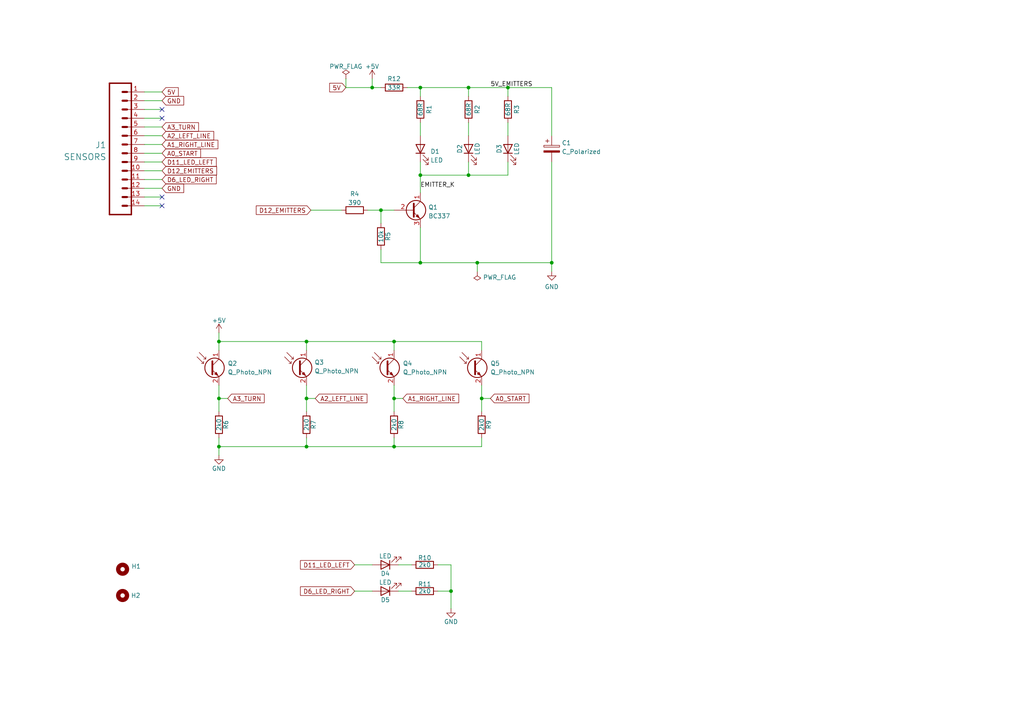
<source format=kicad_sch>
(kicad_sch (version 20211123) (generator eeschema)
  (paper "A4")
  (title_block (title "UKMARSBOT Template") (date "2022-08-19"))
  (lib_symbols
    (symbol "Device:C_Polarized" (pin_numbers hide) (pin_names (offset 0.254))
      (property "Reference" "C" (at 0.635 2.54 0))
      (property "Value" "C_Polarized" (at 0.635 -2.54 0))
      (symbol "C_Polarized_0_1"
        (rectangle (start -2.286 0.508) (end 2.286 1.016))
        (polyline (pts (xy -1.778 2.286) (xy -0.762 2.286)))
        (polyline (pts (xy -1.27 2.794) (xy -1.27 1.778)))
        (rectangle (start 2.286 -0.508) (end -2.286 -1.016) (fill (type outline)))
      )
      (symbol "C_Polarized_1_1"
        (pin passive line (at 0 3.81 270) (length 2.794) (name "~") (number "1"))
        (pin passive line (at 0 -3.81 90) (length 2.794) (name "~") (number "2"))
      )
    )
    (symbol "Device:LED" (pin_numbers hide) (pin_names (offset 1.016) hide)
      (property "Reference" "D" (at 0 2.54 0))
      (property "Value" "LED" (at 0 -2.54 0))
      (symbol "LED_0_1"
        (polyline (pts (xy -1.27 -1.27) (xy -1.27 1.27)) (stroke (width 0.254)))
        (polyline (pts (xy -1.27 0) (xy 1.27 0)))
        (polyline (pts (xy 1.27 -1.27) (xy 1.27 1.27) (xy -1.27 0) (xy 1.27 -1.27)) (stroke (width 0.254)))
        (polyline (pts (xy -3.048 -0.762) (xy -4.572 -2.286) (xy -3.81 -2.286) (xy -4.572 -2.286) (xy -4.572 -1.524)))
        (polyline (pts (xy -1.778 -0.762) (xy -3.302 -2.286) (xy -2.54 -2.286) (xy -3.302 -2.286) (xy -3.302 -1.524)))
      )
      (symbol "LED_1_1"
        (pin passive line (at -3.81 0 0) (length 2.54) (name "K") (number "1"))
        (pin passive line (at 3.81 0 180) (length 2.54) (name "A") (number "2"))
      )
    )
    (symbol "Device:Q_Photo_NPN" (pin_names (offset 0) hide)
      (property "Reference" "Q" (at 5.08 1.27 0))
      (property "Value" "Q_Photo_NPN" (at 5.08 -1.27 0))
      (symbol "Q_Photo_NPN_0_1"
        (polyline (pts (xy -1.905 1.27) (xy -2.54 1.27)))
        (polyline (pts (xy -1.27 2.54) (xy -1.905 2.54)))
        (polyline (pts (xy 0.635 0.635) (xy 2.54 2.54)))
        (polyline (pts (xy -3.81 3.175) (xy -1.905 1.27) (xy -1.905 1.905)))
        (polyline (pts (xy -3.175 4.445) (xy -1.27 2.54) (xy -1.27 3.175)))
        (polyline (pts (xy 0.635 -0.635) (xy 2.54 -2.54) (xy 2.54 -2.54)))
        (polyline (pts (xy 0.635 1.905) (xy 0.635 -1.905) (xy 0.635 -1.905)) (stroke (width 0.508)))
        (polyline (pts (xy 1.27 -1.778) (xy 1.778 -1.27) (xy 2.286 -2.286) (xy 1.27 -1.778) (xy 1.27 -1.778)) (fill (type outline)))
        (circle (center 1.27 0) (radius 2.8194) (stroke (width 0.254)))
      )
      (symbol "Q_Photo_NPN_1_1"
        (pin passive line (at 2.54 5.08 270) (length 2.54) (name "C") (number "1"))
        (pin passive line (at 2.54 -5.08 90) (length 2.54) (name "E") (number "2"))
      )
    )
    (symbol "Device:R" (pin_numbers hide) (pin_names (offset 0))
      (property "Reference" "R" (at 2.032 0 90))
      (property "Value" "R" (at 0 0 90))
      (symbol "R_0_1"
        (rectangle (start -1.016 -2.54) (end 1.016 2.54) (stroke (width 0.254)))
      )
      (symbol "R_1_1"
        (pin passive line (at 0 3.81 270) (length 1.27) (name "~") (number "1"))
        (pin passive line (at 0 -3.81 90) (length 1.27) (name "~") (number "2"))
      )
    )
    (symbol "Mechanical:MountingHole" (pin_names (offset 1.016))
      (property "Reference" "H" (at 0 5.08 0))
      (property "Value" "MountingHole" (at 0 3.175 0))
      (symbol "MountingHole_0_1"
        (circle (center 0 0) (radius 1.27) (stroke (width 1.27)))
      )
    )
    (symbol "Transistor_BJT:BC337" (pin_names (offset 0) hide)
      (property "Reference" "Q" (at 5.08 1.905 0))
      (property "Value" "BC337" (at 5.08 0 0))
      (symbol "BC337_0_1"
        (polyline (pts (xy 0 0) (xy 0.635 0)))
        (polyline (pts (xy 0.635 0.635) (xy 2.54 2.54)))
        (polyline (pts (xy 0.635 -0.635) (xy 2.54 -2.54) (xy 2.54 -2.54)))
        (polyline (pts (xy 0.635 1.905) (xy 0.635 -1.905) (xy 0.635 -1.905)) (stroke (width 0.508)))
        (polyline (pts (xy 1.27 -1.778) (xy 1.778 -1.27) (xy 2.286 -2.286) (xy 1.27 -1.778) (xy 1.27 -1.778)) (fill (type outline)))
        (circle (center 1.27 0) (radius 2.8194) (stroke (width 0.254)))
      )
      (symbol "BC337_1_1"
        (pin passive line (at 2.54 5.08 270) (length 2.54) (name "C") (number "1"))
        (pin input line (at -5.08 0 0) (length 5.08) (name "B") (number "2"))
        (pin passive line (at 2.54 -5.08 90) (length 2.54) (name "E") (number "3"))
      )
    )
    (symbol "power:+5V" (power) (pin_names (offset 0))
      (property "Value" "+5V" (at 0 3.556 0))
      (symbol "+5V_0_1"
        (polyline (pts (xy -0.762 1.27) (xy 0 2.54)))
        (polyline (pts (xy 0 0) (xy 0 2.54)))
        (polyline (pts (xy 0 2.54) (xy 0.762 1.27)))
      )
      (symbol "+5V_1_1"
        (pin power_in line (at 0 0 90) (length 0) hide (name "+5V") (number "1"))
      )
    )
    (symbol "power:GND" (power) (pin_names (offset 0))
      (property "Value" "GND" (at 0 -3.81 0))
      (symbol "GND_0_1"
        (polyline (pts (xy 0 0) (xy 0 -1.27) (xy 1.27 -1.27) (xy 0 -2.54) (xy -1.27 -1.27) (xy 0 -1.27)))
      )
      (symbol "GND_1_1"
        (pin power_in line (at 0 0 270) (length 0) hide (name "GND") (number "1"))
      )
    )
    (symbol "power:PWR_FLAG" (power) (pin_numbers hide) (pin_names (offset 0) hide)
      (property "Value" "PWR_FLAG" (at 0 3.81 0))
      (symbol "PWR_FLAG_0_0"
        (pin power_out line (at 0 0 90) (length 0) (name "pwr") (number "1"))
      )
      (symbol "PWR_FLAG_0_1"
        (polyline (pts (xy 0 0) (xy 0 1.27) (xy -1.016 1.905) (xy 0 2.54) (xy 1.016 1.905) (xy 0 1.27)))
      )
    )
    (symbol "ukmarsbot:CONN_14LOCK_LONGPADS"
      (property "Reference" "J" (at 0 18.288 0))
      (property "Value" "CONN_14LOCK_LONGPADS" (at 0 -22.606 0))
      (symbol "CONN_14LOCK_LONGPADS_1_0"
        (polyline (pts (xy 0 17.78) (xy 0 -20.32)) (stroke (width 0.4064)))
        (polyline (pts (xy 0 17.78) (xy 6.35 17.78)) (stroke (width 0.4064)))
        (polyline (pts (xy 3.81 -17.78) (xy 5.08 -17.78)) (stroke (width 0.6096)))
        (polyline (pts (xy 3.81 -15.24) (xy 5.08 -15.24)) (stroke (width 0.6096)))
        (polyline (pts (xy 3.81 -12.7) (xy 5.08 -12.7)) (stroke (width 0.6096)))
        (polyline (pts (xy 3.81 -10.16) (xy 5.08 -10.16)) (stroke (width 0.6096)))
        (polyline (pts (xy 3.81 -7.62) (xy 5.08 -7.62)) (stroke (width 0.6096)))
        (polyline (pts (xy 3.81 -5.08) (xy 5.08 -5.08)) (stroke (width 0.6096)))
        (polyline (pts (xy 3.81 -2.54) (xy 5.08 -2.54)) (stroke (width 0.6096)))
        (polyline (pts (xy 3.81 0) (xy 5.08 0)) (stroke (width 0.6096)))
        (polyline (pts (xy 3.81 2.54) (xy 5.08 2.54)) (stroke (width 0.6096)))
        (polyline (pts (xy 3.81 5.08) (xy 5.08 5.08)) (stroke (width 0.6096)))
        (polyline (pts (xy 3.81 7.62) (xy 5.08 7.62)) (stroke (width 0.6096)))
        (polyline (pts (xy 3.81 10.16) (xy 5.08 10.16)) (stroke (width 0.6096)))
        (polyline (pts (xy 3.81 12.7) (xy 5.08 12.7)) (stroke (width 0.6096)))
        (polyline (pts (xy 3.81 15.24) (xy 5.08 15.24)) (stroke (width 0.6096)))
        (polyline (pts (xy 6.35 -20.32) (xy 0 -20.32)) (stroke (width 0.4064)))
        (polyline (pts (xy 6.35 -20.32) (xy 6.35 17.78)) (stroke (width 0.4064)))
        (pin passive line (at 10.16 -17.78 180) (length 5.08) (name "1") (number "1"))
        (pin passive line (at 10.16 5.08 180) (length 5.08) (name "10") (number "10"))
        (pin passive line (at 10.16 7.62 180) (length 5.08) (name "11") (number "11"))
        (pin passive line (at 10.16 10.16 180) (length 5.08) (name "12") (number "12"))
        (pin passive line (at 10.16 12.7 180) (length 5.08) (name "13") (number "13"))
        (pin passive line (at 10.16 15.24 180) (length 5.08) (name "14") (number "14"))
        (pin passive line (at 10.16 -15.24 180) (length 5.08) (name "2") (number "2"))
        (pin passive line (at 10.16 -12.7 180) (length 5.08) (name "3") (number "3"))
        (pin passive line (at 10.16 -10.16 180) (length 5.08) (name "4") (number "4"))
        (pin passive line (at 10.16 -7.62 180) (length 5.08) (name "5") (number "5"))
        (pin passive line (at 10.16 -5.08 180) (length 5.08) (name "6") (number "6"))
        (pin passive line (at 10.16 -2.54 180) (length 5.08) (name "7") (number "7"))
        (pin passive line (at 10.16 0 180) (length 5.08) (name "8") (number "8"))
        (pin passive line (at 10.16 2.54 180) (length 5.08) (name "9") (number "9"))
      )
    )
  )
  (junction (at 110.49 60.96))
  (junction (at 139.7 115.57))
  (junction (at 107.95 25.4))
  (junction (at 160.02 76.2))
  (junction (at 63.5 129.54))
  (junction (at 138.43 76.2))
  (junction (at 88.9 115.57))
  (junction (at 121.92 25.4))
  (junction (at 135.89 50.8))
  (junction (at 114.3 129.54))
  (junction (at 114.3 115.57))
  (junction (at 121.92 50.8))
  (junction (at 63.5 115.57))
  (junction (at 88.9 99.06))
  (junction (at 114.3 99.06))
  (junction (at 130.81 171.45))
  (junction (at 147.32 25.4))
  (junction (at 121.92 76.2))
  (junction (at 63.5 99.06))
  (junction (at 135.89 25.4))
  (junction (at 88.9 129.54))
  (no_connect (at 46.99 57.15))
  (no_connect (at 46.99 59.69))
  (no_connect (at 46.99 31.75))
  (no_connect (at 46.99 34.29))
  (wire (pts (xy 41.91 31.75) (xy 46.99 31.75)))
  (wire (pts (xy 41.91 41.91) (xy 46.99 41.91)))
  (wire (pts (xy 147.32 35.56) (xy 147.32 39.37)))
  (wire (pts (xy 63.5 115.57) (xy 63.5 119.38)))
  (wire (pts (xy 114.3 127) (xy 114.3 129.54)))
  (wire (pts (xy 63.5 99.06) (xy 88.9 99.06)))
  (wire (pts (xy 41.91 54.61) (xy 46.99 54.61)))
  (wire (pts (xy 121.92 50.8) (xy 121.92 55.88)))
  (wire (pts (xy 100.33 25.4) (xy 107.95 25.4)))
  (wire (pts (xy 138.43 78.74) (xy 138.43 76.2)))
  (wire (pts (xy 160.02 25.4) (xy 147.32 25.4)))
  (wire (pts (xy 41.91 59.69) (xy 46.99 59.69)))
  (wire (pts (xy 147.32 27.94) (xy 147.32 25.4)))
  (wire (pts (xy 127 163.83) (xy 130.81 163.83)))
  (wire (pts (xy 100.33 22.86) (xy 100.33 25.4)))
  (wire (pts (xy 63.5 129.54) (xy 63.5 132.08)))
  (wire (pts (xy 130.81 163.83) (xy 130.81 171.45)))
  (wire (pts (xy 135.89 25.4) (xy 147.32 25.4)))
  (wire (pts (xy 41.91 26.67) (xy 46.99 26.67)))
  (wire (pts (xy 102.87 163.83) (xy 107.95 163.83)))
  (wire (pts (xy 139.7 129.54) (xy 139.7 127)))
  (wire (pts (xy 160.02 76.2) (xy 160.02 78.74)))
  (wire (pts (xy 138.43 76.2) (xy 160.02 76.2)))
  (wire (pts (xy 121.92 46.99) (xy 121.92 50.8)))
  (wire (pts (xy 139.7 115.57) (xy 142.24 115.57)))
  (wire (pts (xy 160.02 39.37) (xy 160.02 25.4)))
  (wire (pts (xy 63.5 111.76) (xy 63.5 115.57)))
  (wire (pts (xy 160.02 46.99) (xy 160.02 76.2)))
  (wire (pts (xy 110.49 76.2) (xy 121.92 76.2)))
  (wire (pts (xy 139.7 115.57) (xy 139.7 119.38)))
  (wire (pts (xy 139.7 111.76) (xy 139.7 115.57)))
  (wire (pts (xy 88.9 129.54) (xy 114.3 129.54)))
  (wire (pts (xy 121.92 66.04) (xy 121.92 76.2)))
  (wire (pts (xy 114.3 115.57) (xy 114.3 119.38)))
  (wire (pts (xy 114.3 99.06) (xy 139.7 99.06)))
  (wire (pts (xy 135.89 46.99) (xy 135.89 50.8)))
  (wire (pts (xy 135.89 50.8) (xy 121.92 50.8)))
  (wire (pts (xy 110.49 60.96) (xy 110.49 64.77)))
  (wire (pts (xy 139.7 101.6) (xy 139.7 99.06)))
  (wire (pts (xy 118.11 25.4) (xy 121.92 25.4)))
  (wire (pts (xy 41.91 46.99) (xy 46.99 46.99)))
  (wire (pts (xy 127 171.45) (xy 130.81 171.45)))
  (wire (pts (xy 88.9 99.06) (xy 114.3 99.06)))
  (wire (pts (xy 130.81 171.45) (xy 130.81 176.53)))
  (wire (pts (xy 110.49 60.96) (xy 114.3 60.96)))
  (wire (pts (xy 41.91 44.45) (xy 46.99 44.45)))
  (wire (pts (xy 88.9 111.76) (xy 88.9 115.57)))
  (wire (pts (xy 121.92 25.4) (xy 121.92 27.94)))
  (wire (pts (xy 88.9 115.57) (xy 88.9 119.38)))
  (wire (pts (xy 90.17 60.96) (xy 99.06 60.96)))
  (wire (pts (xy 63.5 127) (xy 63.5 129.54)))
  (wire (pts (xy 147.32 50.8) (xy 135.89 50.8)))
  (wire (pts (xy 88.9 127) (xy 88.9 129.54)))
  (wire (pts (xy 41.91 29.21) (xy 46.99 29.21)))
  (wire (pts (xy 63.5 99.06) (xy 63.5 101.6)))
  (wire (pts (xy 114.3 111.76) (xy 114.3 115.57)))
  (wire (pts (xy 63.5 115.57) (xy 66.04 115.57)))
  (wire (pts (xy 102.87 171.45) (xy 107.95 171.45)))
  (wire (pts (xy 135.89 35.56) (xy 135.89 39.37)))
  (wire (pts (xy 121.92 35.56) (xy 121.92 39.37)))
  (wire (pts (xy 41.91 52.07) (xy 46.99 52.07)))
  (wire (pts (xy 114.3 99.06) (xy 114.3 101.6)))
  (wire (pts (xy 121.92 76.2) (xy 138.43 76.2)))
  (wire (pts (xy 147.32 46.99) (xy 147.32 50.8)))
  (wire (pts (xy 63.5 96.52) (xy 63.5 99.06)))
  (wire (pts (xy 121.92 25.4) (xy 135.89 25.4)))
  (wire (pts (xy 41.91 34.29) (xy 46.99 34.29)))
  (wire (pts (xy 88.9 115.57) (xy 91.44 115.57)))
  (wire (pts (xy 41.91 36.83) (xy 46.99 36.83)))
  (wire (pts (xy 41.91 49.53) (xy 46.99 49.53)))
  (wire (pts (xy 106.68 60.96) (xy 110.49 60.96)))
  (wire (pts (xy 110.49 72.39) (xy 110.49 76.2)))
  (wire (pts (xy 107.95 25.4) (xy 110.49 25.4)))
  (wire (pts (xy 114.3 129.54) (xy 139.7 129.54)))
  (wire (pts (xy 88.9 99.06) (xy 88.9 101.6)))
  (wire (pts (xy 114.3 115.57) (xy 116.84 115.57)))
  (wire (pts (xy 135.89 25.4) (xy 135.89 27.94)))
  (wire (pts (xy 115.57 163.83) (xy 119.38 163.83)))
  (wire (pts (xy 41.91 39.37) (xy 46.99 39.37)))
  (wire (pts (xy 63.5 129.54) (xy 88.9 129.54)))
  (wire (pts (xy 115.57 171.45) (xy 119.38 171.45)))
  (wire (pts (xy 41.91 57.15) (xy 46.99 57.15)))
  (wire (pts (xy 107.95 22.86) (xy 107.95 25.4)))
  (label "5V_EMITTERS" (at 142.24 25.4 0))
  (label "EMITTER_K" (at 121.92 54.61 0))
  (global_label "D6_LED_RIGHT" (shape input) (at 102.87 171.45 180) (property "Intersheet References" "${INTERSHEET_REFS}" (effects hide)))
  (global_label "A0_START" (shape input) (at 142.24 115.57 0) (property "Intersheet References" "${INTERSHEET_REFS}" (effects hide)))
  (global_label "A1_RIGHT_LINE" (shape input) (at 116.84 115.57 0) (property "Intersheet References" "${INTERSHEET_REFS}" (effects hide)))
  (global_label "5V" (shape input) (at 100.33 25.4 180) (property "Intersheet References" "${INTERSHEET_REFS}" (effects hide)))
  (global_label "D11_LED_LEFT" (shape input) (at 102.87 163.83 180) (property "Intersheet References" "${INTERSHEET_REFS}" (effects hide)))
  (global_label "5V" (shape input) (at 46.99 26.67 0) (property "Intersheet References" "${INTERSHEET_REFS}" (effects hide)))
  (global_label "GND" (shape input) (at 46.99 54.61 0) (property "Intersheet References" "${INTERSHEET_REFS}" (effects hide)))
  (global_label "D11_LED_LEFT" (shape input) (at 46.99 46.99 0) (property "Intersheet References" "${INTERSHEET_REFS}" (effects hide)))
  (global_label "A0_START" (shape input) (at 46.99 44.45 0) (property "Intersheet References" "${INTERSHEET_REFS}" (effects hide)))
  (global_label "GND" (shape input) (at 46.99 29.21 0) (property "Intersheet References" "${INTERSHEET_REFS}" (effects hide)))
  (global_label "A2_LEFT_LINE" (shape input) (at 91.44 115.57 0) (property "Intersheet References" "${INTERSHEET_REFS}" (effects hide)))
  (global_label "D12_EMITTERS" (shape input) (at 90.17 60.96 180) (property "Intersheet References" "${INTERSHEET_REFS}" (effects hide)))
  (global_label "D12_EMITTERS" (shape input) (at 46.99 49.53 0) (property "Intersheet References" "${INTERSHEET_REFS}" (effects hide)))
  (global_label "D6_LED_RIGHT" (shape input) (at 46.99 52.07 0) (property "Intersheet References" "${INTERSHEET_REFS}" (effects hide)))
  (global_label "A1_RIGHT_LINE" (shape input) (at 46.99 41.91 0) (property "Intersheet References" "${INTERSHEET_REFS}" (effects hide)))
  (global_label "A3_TURN" (shape input) (at 66.04 115.57 0) (property "Intersheet References" "${INTERSHEET_REFS}" (effects hide)))
  (global_label "A3_TURN" (shape input) (at 46.99 36.83 0) (property "Intersheet References" "${INTERSHEET_REFS}" (effects hide)))
  (global_label "A2_LEFT_LINE" (shape input) (at 46.99 39.37 0) (property "Intersheet References" "${INTERSHEET_REFS}" (effects hide)))
  (symbol (lib_id "Device:R") (at 114.3 123.19 0) (unit 1)
    (property "Reference" "R8" (at 116.332 123.19 90))
    (property "Value" "2k0" (at 114.3 123.19 90))
    (property "Footprint" "Resistor_THT:R_Axial_DIN0207_L6.3mm_D2.5mm_P7.62mm_Horizontal" (effects hide))
  )
  (symbol (lib_id "Device:Q_Photo_NPN") (at 111.76 106.68 0) (unit 1)
    (property "Reference" "Q4" (at 116.84 105.41 0) (effects (justify left)))
    (property "Value" "Q_Photo_NPN" (at 116.84 107.95 0) (effects (justify left)))
    (property "Footprint" "LED_THT:LED_D3.0mm_IRGrey" (effects hide))
  )
  (symbol (lib_id "Device:LED") (at 111.76 163.83 180) (unit 1)
    (property "Reference" "D4" (at 111.76 166.37 0))
    (property "Value" "LED" (at 111.76 161.29 0))
    (property "Footprint" "LED_THT:LED_D3.0mm" (effects hide))
  )
  (symbol (lib_id "Device:R") (at 121.92 31.75 180) (unit 1)
    (property "Reference" "R1" (at 124.46 31.75 90))
    (property "Value" "68R" (at 121.92 31.75 90))
    (property "Footprint" "Resistor_THT:R_Axial_DIN0207_L6.3mm_D2.5mm_P7.62mm_Horizontal" (effects hide))
  )
  (symbol (lib_id "power:GND") (at 130.81 176.53 0) (unit 1)
    (property "Reference" "#PWR05" (effects hide))
    (property "Value" "GND" (at 130.81 180.34 0))
  )
  (symbol (lib_id "Device:C_Polarized") (at 160.02 43.18 0) (unit 1)
    (property "Reference" "C1" (at 162.941 41.4563 0) (effects (justify left)))
    (property "Value" "C_Polarized" (at 162.941 43.9932 0) (effects (justify left)))
    (property "Footprint" "Capacitor_THT:CP_Radial_D10.0mm_P2.50mm_P5.00mm" (effects hide))
  )
  (symbol (lib_id "Device:R") (at 147.32 31.75 180) (unit 1)
    (property "Reference" "R3" (at 149.86 31.75 90))
    (property "Value" "68R" (at 147.32 31.75 90))
    (property "Footprint" "Resistor_THT:R_Axial_DIN0207_L6.3mm_D2.5mm_P7.62mm_Horizontal" (effects hide))
  )
  (symbol (lib_id "Device:R") (at 123.19 163.83 90) (unit 1)
    (property "Reference" "R10" (at 123.19 161.798 90))
    (property "Value" "2k0" (at 123.19 163.83 90))
    (property "Footprint" "Resistor_THT:R_Axial_DIN0207_L6.3mm_D2.5mm_P7.62mm_Horizontal" (effects hide))
  )
  (symbol (lib_id "Transistor_BJT:BC337") (at 119.38 60.96 0) (unit 1)
    (property "Reference" "Q1" (at 124.2314 60.1253 0) (effects (justify left)))
    (property "Value" "BC337" (at 124.2314 62.6622 0) (effects (justify left)))
    (property "Footprint" "Package_TO_SOT_THT:TO-92_Inline" (effects hide))
    (property "Datasheet" "https://diotec.com/tl_files/diotec/files/pdf/datasheets/bc337.pdf" (effects hide))
  )
  (symbol (lib_id "Device:LED") (at 135.89 43.18 90) (unit 1)
    (property "Reference" "D2" (at 133.35 43.18 0))
    (property "Value" "LED" (at 138.43 43.18 0))
    (property "Footprint" "LED_THT:LED_D3.0mm" (effects hide))
  )
  (symbol (lib_id "power:PWR_FLAG") (at 138.43 78.74 180) (unit 1)
    (property "Reference" "#FLG02" (effects hide))
    (property "Value" "PWR_FLAG" (at 140.081 80.4438 0) (effects (justify right)))
  )
  (symbol (lib_id "Device:R") (at 63.5 123.19 0) (unit 1)
    (property "Reference" "R6" (at 65.532 123.19 90))
    (property "Value" "2k0" (at 63.5 123.19 90))
    (property "Footprint" "Resistor_THT:R_Axial_DIN0207_L6.3mm_D2.5mm_P7.62mm_Horizontal" (effects hide))
  )
  (symbol (lib_id "Device:LED") (at 121.92 43.18 90) (unit 1)
    (property "Reference" "D1" (at 124.841 43.9328 90) (effects (justify right)))
    (property "Value" "LED" (at 124.841 46.4697 90) (effects (justify right)))
    (property "Footprint" "LED_THT:LED_D3.0mm" (effects hide))
  )
  (symbol (lib_id "Device:R") (at 114.3 25.4 270) (unit 1)
    (property "Reference" "R12" (at 114.3 22.86 90))
    (property "Value" "33R" (at 114.3 25.4 90))
    (property "Footprint" "Resistor_THT:R_Axial_DIN0207_L6.3mm_D2.5mm_P7.62mm_Horizontal" (effects hide))
  )
  (symbol (lib_id "power:PWR_FLAG") (at 100.33 22.86 0) (unit 1)
    (property "Reference" "#FLG01" (effects hide))
    (property "Value" "PWR_FLAG" (at 100.33 19.2842 0))
  )
  (symbol (lib_id "power:+5V") (at 107.95 22.86 0) (unit 1)
    (property "Reference" "#PWR01" (effects hide))
    (property "Value" "+5V" (at 107.95 19.2842 0))
  )
  (symbol (lib_id "ukmarsbot:CONN_14LOCK_LONGPADS") (at 31.75 44.45 0) (mirror x) (unit 1)
    (property "Reference" "J1" (at 30.9119 42.0623 0) (effects (font (size 1.778 1.778)) (justify right)))
    (property "Value" "SENSORS" (at 30.9119 45.5123 0) (effects (font (size 1.778 1.778)) (justify right)))
    (property "Footprint" "ukmarsbot:PinHeader_1x14_P2.54mm_Vertical" (effects hide))
  )
  (symbol (lib_id "power:+5V") (at 63.5 96.52 0) (unit 1)
    (property "Reference" "#PWR03" (effects hide))
    (property "Value" "+5V" (at 63.5 92.964 0))
  )
  (symbol (lib_id "Device:Q_Photo_NPN") (at 86.36 106.68 0) (unit 1)
    (property "Reference" "Q3" (at 91.2114 105.096 0) (effects (justify left)))
    (property "Value" "Q_Photo_NPN" (at 91.2114 107.6329 0) (effects (justify left)))
    (property "Footprint" "LED_THT:LED_D3.0mm_IRGrey" (effects hide))
  )
  (symbol (lib_id "Mechanical:MountingHole") (at 35.56 172.72 0) (unit 1)
    (property "Reference" "H2" (at 39.37 172.72 0))
    (property "Value" "MountingHole" (effects hide))
    (property "Footprint" "MountingHole:MountingHole_3.2mm_M3" (effects hide))
  )
  (symbol (lib_id "Device:R") (at 135.89 31.75 0) (unit 1)
    (property "Reference" "R2" (at 138.43 31.75 90))
    (property "Value" "68R" (at 135.89 31.75 90))
    (property "Footprint" "Resistor_THT:R_Axial_DIN0207_L6.3mm_D2.5mm_P7.62mm_Horizontal" (effects hide))
  )
  (symbol (lib_id "Device:R") (at 123.19 171.45 90) (unit 1)
    (property "Reference" "R11" (at 123.19 169.418 90))
    (property "Value" "2k0" (at 123.19 171.45 90))
    (property "Footprint" "Resistor_THT:R_Axial_DIN0207_L6.3mm_D2.5mm_P7.62mm_Horizontal" (effects hide))
  )
  (symbol (lib_id "Device:R") (at 88.9 123.19 0) (unit 1)
    (property "Reference" "R7" (at 90.932 123.19 90))
    (property "Value" "2k0" (at 88.9 123.19 90))
    (property "Footprint" "Resistor_THT:R_Axial_DIN0207_L6.3mm_D2.5mm_P7.62mm_Horizontal" (effects hide))
  )
  (symbol (lib_id "Mechanical:MountingHole") (at 35.56 165.1 0) (unit 1)
    (property "Reference" "H1" (at 38.1 164.2653 0) (effects (justify left)))
    (property "Value" "MountingHole" (effects hide))
    (property "Footprint" "MountingHole:MountingHole_3.2mm_M3" (effects hide))
  )
  (symbol (lib_id "Device:R") (at 102.87 60.96 90) (unit 1)
    (property "Reference" "R4" (at 102.87 56.2442 90))
    (property "Value" "390" (at 102.87 58.7811 90))
    (property "Footprint" "Resistor_THT:R_Axial_DIN0207_L6.3mm_D2.5mm_P7.62mm_Horizontal" (effects hide))
  )
  (symbol (lib_id "Device:R") (at 110.49 68.58 0) (unit 1)
    (property "Reference" "R5" (at 112.522 68.58 90))
    (property "Value" "10k" (at 110.49 68.58 90))
    (property "Footprint" "Resistor_THT:R_Axial_DIN0207_L6.3mm_D2.5mm_P7.62mm_Horizontal" (effects hide))
  )
  (symbol (lib_id "power:GND") (at 63.5 132.08 0) (unit 1)
    (property "Reference" "#PWR04" (effects hide))
    (property "Value" "GND" (at 63.5 135.89 0))
  )
  (symbol (lib_id "Device:R") (at 139.7 123.19 0) (unit 1)
    (property "Reference" "R9" (at 141.732 123.19 90))
    (property "Value" "2k0" (at 139.7 123.19 90))
    (property "Footprint" "Resistor_THT:R_Axial_DIN0207_L6.3mm_D2.5mm_P7.62mm_Horizontal" (effects hide))
  )
  (symbol (lib_id "Device:LED") (at 111.76 171.45 180) (unit 1)
    (property "Reference" "D5" (at 111.76 173.99 0))
    (property "Value" "LED" (at 111.76 168.91 0))
    (property "Footprint" "LED_THT:LED_D3.0mm" (effects hide))
  )
  (symbol (lib_id "power:GND") (at 160.02 78.74 0) (unit 1)
    (property "Reference" "#PWR02" (effects hide))
    (property "Value" "GND" (at 160.02 83.1834 0))
  )
  (symbol (lib_id "Device:Q_Photo_NPN") (at 137.16 106.68 0) (unit 1)
    (property "Reference" "Q5" (at 142.24 105.41 0) (effects (justify left)))
    (property "Value" "Q_Photo_NPN" (at 142.24 107.95 0) (effects (justify left)))
    (property "Footprint" "LED_THT:LED_D3.0mm_IRGrey" (effects hide))
  )
  (symbol (lib_id "Device:LED") (at 147.32 43.18 90) (unit 1)
    (property "Reference" "D3" (at 144.78 43.18 0))
    (property "Value" "LED" (at 149.86 43.18 0))
    (property "Footprint" "LED_THT:LED_D3.0mm" (effects hide))
  )
  (symbol (lib_id "Device:Q_Photo_NPN") (at 60.96 106.68 0) (unit 1)
    (property "Reference" "Q2" (at 66.04 105.41 0) (effects (justify left)))
    (property "Value" "Q_Photo_NPN" (at 66.04 107.95 0) (effects (justify left)))
    (property "Footprint" "LED_THT:LED_D3.0mm_IRGrey" (effects hide))
  )
)
</source>
